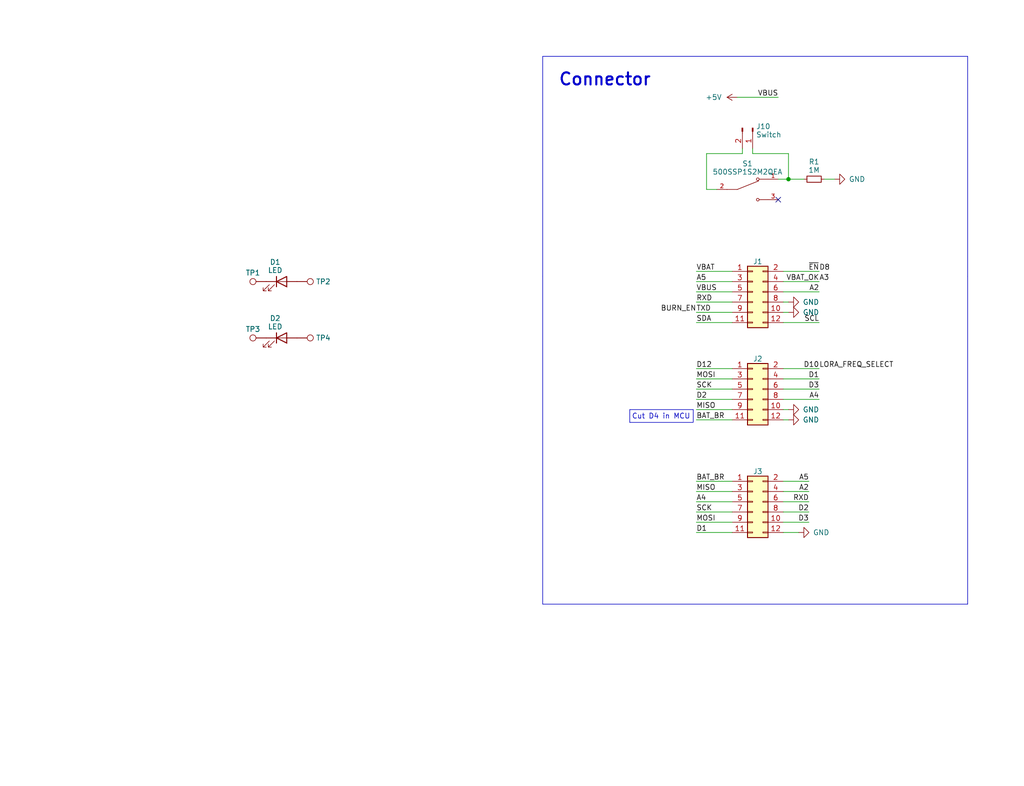
<source format=kicad_sch>
(kicad_sch (version 20230121) (generator eeschema)

  (uuid e63e39d7-6ac0-4ffd-8aa3-1841a4541b55)

  (paper "User" 254 194.996)

  (title_block
    (title "HexSense Svalbard - MCU module")
    (date "2023-05-25")
    (rev "V1")
    (company "MIT Media Lab")
    (comment 1 "Fangzheng Liu")
  )

  (lib_symbols
    (symbol "500SSP1S2M2QEA:500SSP1S2M2QEA" (pin_names (offset 1.016)) (in_bom yes) (on_board yes)
      (property "Reference" "S" (at -2.54 5.08 0)
        (effects (font (size 1.27 1.27)) (justify left bottom))
      )
      (property "Value" "500SSP1S2M2QEA" (at -2.54 -5.08 0)
        (effects (font (size 1.27 1.27)) (justify left top))
      )
      (property "Footprint" "500SSP1S2M2QEA:SW_500SSP1S2M2QEA" (at 0 0 0)
        (effects (font (size 1.27 1.27)) (justify bottom) hide)
      )
      (property "Datasheet" "" (at 0 0 0)
        (effects (font (size 1.27 1.27)) hide)
      )
      (property "MF" "E-Switch" (at 0 0 0)
        (effects (font (size 1.27 1.27)) (justify bottom) hide)
      )
      (property "MAXIMUM_PACKAGE_HEIGHT" "13.59mm" (at 0 0 0)
        (effects (font (size 1.27 1.27)) (justify bottom) hide)
      )
      (property "Package" "None" (at 0 0 0)
        (effects (font (size 1.27 1.27)) (justify bottom) hide)
      )
      (property "Price" "None" (at 0 0 0)
        (effects (font (size 1.27 1.27)) (justify bottom) hide)
      )
      (property "Check_prices" "https://www.snapeda.com/parts/500SSP1S2M2QEA/E-Switch/view-part/?ref=eda" (at 0 0 0)
        (effects (font (size 1.27 1.27)) (justify bottom) hide)
      )
      (property "STANDARD" "Manufacturer Recommendations" (at 0 0 0)
        (effects (font (size 1.27 1.27)) (justify bottom) hide)
      )
      (property "PARTREV" "C" (at 0 0 0)
        (effects (font (size 1.27 1.27)) (justify bottom) hide)
      )
      (property "SnapEDA_Link" "https://www.snapeda.com/parts/500SSP1S2M2QEA/E-Switch/view-part/?ref=snap" (at 0 0 0)
        (effects (font (size 1.27 1.27)) (justify bottom) hide)
      )
      (property "MP" "500SSP1S2M2QEA" (at 0 0 0)
        (effects (font (size 1.27 1.27)) (justify bottom) hide)
      )
      (property "Purchase-URL" "https://www.snapeda.com/api/url_track_click_mouser/?unipart_id=628492&manufacturer=E-Switch&part_name=500SSP1S2M2QEA&search_term=500ssp1s2m2qea" (at 0 0 0)
        (effects (font (size 1.27 1.27)) (justify bottom) hide)
      )
      (property "Description" "\nSlide Switch, 500A Series, Sealed, SPDT, ON-ON, 5A, 120VAC/28VDC, Silver, PC Pi | E-Switch 500SSP1S2M2QEA\n" (at 0 0 0)
        (effects (font (size 1.27 1.27)) (justify bottom) hide)
      )
      (property "Availability" "In Stock" (at 0 0 0)
        (effects (font (size 1.27 1.27)) (justify bottom) hide)
      )
      (property "MANUFACTURER" "E-switch" (at 0 0 0)
        (effects (font (size 1.27 1.27)) (justify bottom) hide)
      )
      (symbol "500SSP1S2M2QEA_0_0"
        (polyline
          (pts
            (xy -2.54 0)
            (xy -5.08 0)
          )
          (stroke (width 0.1524) (type default))
          (fill (type none))
        )
        (polyline
          (pts
            (xy -2.54 0)
            (xy 2.794 2.1336)
          )
          (stroke (width 0.1524) (type default))
          (fill (type none))
        )
        (polyline
          (pts
            (xy 5.08 -2.54)
            (xy 2.921 -2.54)
          )
          (stroke (width 0.1524) (type default))
          (fill (type none))
        )
        (polyline
          (pts
            (xy 5.08 2.54)
            (xy 2.921 2.54)
          )
          (stroke (width 0.1524) (type default))
          (fill (type none))
        )
        (circle (center 2.54 -2.54) (radius 0.3302)
          (stroke (width 0.1524) (type default))
          (fill (type none))
        )
        (circle (center 2.54 2.54) (radius 0.3302)
          (stroke (width 0.1524) (type default))
          (fill (type none))
        )
        (pin passive line (at 7.62 2.54 180) (length 2.54)
          (name "~" (effects (font (size 1.016 1.016))))
          (number "1" (effects (font (size 1.016 1.016))))
        )
        (pin passive line (at -7.62 0 0) (length 2.54)
          (name "~" (effects (font (size 1.016 1.016))))
          (number "2" (effects (font (size 1.016 1.016))))
        )
        (pin passive line (at 7.62 -2.54 180) (length 2.54)
          (name "~" (effects (font (size 1.016 1.016))))
          (number "3" (effects (font (size 1.016 1.016))))
        )
      )
    )
    (symbol "Connector:Conn_01x02_Pin" (pin_names (offset 1.016) hide) (in_bom yes) (on_board yes)
      (property "Reference" "J" (at 0 2.54 0)
        (effects (font (size 1.27 1.27)))
      )
      (property "Value" "Conn_01x02_Pin" (at 0 -5.08 0)
        (effects (font (size 1.27 1.27)))
      )
      (property "Footprint" "" (at 0 0 0)
        (effects (font (size 1.27 1.27)) hide)
      )
      (property "Datasheet" "~" (at 0 0 0)
        (effects (font (size 1.27 1.27)) hide)
      )
      (property "ki_locked" "" (at 0 0 0)
        (effects (font (size 1.27 1.27)))
      )
      (property "ki_keywords" "connector" (at 0 0 0)
        (effects (font (size 1.27 1.27)) hide)
      )
      (property "ki_description" "Generic connector, single row, 01x02, script generated" (at 0 0 0)
        (effects (font (size 1.27 1.27)) hide)
      )
      (property "ki_fp_filters" "Connector*:*_1x??_*" (at 0 0 0)
        (effects (font (size 1.27 1.27)) hide)
      )
      (symbol "Conn_01x02_Pin_1_1"
        (polyline
          (pts
            (xy 1.27 -2.54)
            (xy 0.8636 -2.54)
          )
          (stroke (width 0.1524) (type default))
          (fill (type none))
        )
        (polyline
          (pts
            (xy 1.27 0)
            (xy 0.8636 0)
          )
          (stroke (width 0.1524) (type default))
          (fill (type none))
        )
        (rectangle (start 0.8636 -2.413) (end 0 -2.667)
          (stroke (width 0.1524) (type default))
          (fill (type outline))
        )
        (rectangle (start 0.8636 0.127) (end 0 -0.127)
          (stroke (width 0.1524) (type default))
          (fill (type outline))
        )
        (pin passive line (at 5.08 0 180) (length 3.81)
          (name "Pin_1" (effects (font (size 1.27 1.27))))
          (number "1" (effects (font (size 1.27 1.27))))
        )
        (pin passive line (at 5.08 -2.54 180) (length 3.81)
          (name "Pin_2" (effects (font (size 1.27 1.27))))
          (number "2" (effects (font (size 1.27 1.27))))
        )
      )
    )
    (symbol "Connector:TestPoint" (pin_numbers hide) (pin_names (offset 0.762) hide) (in_bom yes) (on_board yes)
      (property "Reference" "TP" (at 0 6.858 0)
        (effects (font (size 1.27 1.27)))
      )
      (property "Value" "TestPoint" (at 0 5.08 0)
        (effects (font (size 1.27 1.27)))
      )
      (property "Footprint" "" (at 5.08 0 0)
        (effects (font (size 1.27 1.27)) hide)
      )
      (property "Datasheet" "~" (at 5.08 0 0)
        (effects (font (size 1.27 1.27)) hide)
      )
      (property "ki_keywords" "test point tp" (at 0 0 0)
        (effects (font (size 1.27 1.27)) hide)
      )
      (property "ki_description" "test point" (at 0 0 0)
        (effects (font (size 1.27 1.27)) hide)
      )
      (property "ki_fp_filters" "Pin* Test*" (at 0 0 0)
        (effects (font (size 1.27 1.27)) hide)
      )
      (symbol "TestPoint_0_1"
        (circle (center 0 3.302) (radius 0.762)
          (stroke (width 0) (type default))
          (fill (type none))
        )
      )
      (symbol "TestPoint_1_1"
        (pin passive line (at 0 0 90) (length 2.54)
          (name "1" (effects (font (size 1.27 1.27))))
          (number "1" (effects (font (size 1.27 1.27))))
        )
      )
    )
    (symbol "Connector_Generic:Conn_02x06_Odd_Even" (pin_names (offset 1.016) hide) (in_bom yes) (on_board yes)
      (property "Reference" "J" (at 1.27 7.62 0)
        (effects (font (size 1.27 1.27)))
      )
      (property "Value" "Conn_02x06_Odd_Even" (at 1.27 -10.16 0)
        (effects (font (size 1.27 1.27)))
      )
      (property "Footprint" "" (at 0 0 0)
        (effects (font (size 1.27 1.27)) hide)
      )
      (property "Datasheet" "~" (at 0 0 0)
        (effects (font (size 1.27 1.27)) hide)
      )
      (property "ki_keywords" "connector" (at 0 0 0)
        (effects (font (size 1.27 1.27)) hide)
      )
      (property "ki_description" "Generic connector, double row, 02x06, odd/even pin numbering scheme (row 1 odd numbers, row 2 even numbers), script generated (kicad-library-utils/schlib/autogen/connector/)" (at 0 0 0)
        (effects (font (size 1.27 1.27)) hide)
      )
      (property "ki_fp_filters" "Connector*:*_2x??_*" (at 0 0 0)
        (effects (font (size 1.27 1.27)) hide)
      )
      (symbol "Conn_02x06_Odd_Even_1_1"
        (rectangle (start -1.27 -7.493) (end 0 -7.747)
          (stroke (width 0.1524) (type default))
          (fill (type none))
        )
        (rectangle (start -1.27 -4.953) (end 0 -5.207)
          (stroke (width 0.1524) (type default))
          (fill (type none))
        )
        (rectangle (start -1.27 -2.413) (end 0 -2.667)
          (stroke (width 0.1524) (type default))
          (fill (type none))
        )
        (rectangle (start -1.27 0.127) (end 0 -0.127)
          (stroke (width 0.1524) (type default))
          (fill (type none))
        )
        (rectangle (start -1.27 2.667) (end 0 2.413)
          (stroke (width 0.1524) (type default))
          (fill (type none))
        )
        (rectangle (start -1.27 5.207) (end 0 4.953)
          (stroke (width 0.1524) (type default))
          (fill (type none))
        )
        (rectangle (start -1.27 6.35) (end 3.81 -8.89)
          (stroke (width 0.254) (type default))
          (fill (type background))
        )
        (rectangle (start 3.81 -7.493) (end 2.54 -7.747)
          (stroke (width 0.1524) (type default))
          (fill (type none))
        )
        (rectangle (start 3.81 -4.953) (end 2.54 -5.207)
          (stroke (width 0.1524) (type default))
          (fill (type none))
        )
        (rectangle (start 3.81 -2.413) (end 2.54 -2.667)
          (stroke (width 0.1524) (type default))
          (fill (type none))
        )
        (rectangle (start 3.81 0.127) (end 2.54 -0.127)
          (stroke (width 0.1524) (type default))
          (fill (type none))
        )
        (rectangle (start 3.81 2.667) (end 2.54 2.413)
          (stroke (width 0.1524) (type default))
          (fill (type none))
        )
        (rectangle (start 3.81 5.207) (end 2.54 4.953)
          (stroke (width 0.1524) (type default))
          (fill (type none))
        )
        (pin passive line (at -5.08 5.08 0) (length 3.81)
          (name "Pin_1" (effects (font (size 1.27 1.27))))
          (number "1" (effects (font (size 1.27 1.27))))
        )
        (pin passive line (at 7.62 -5.08 180) (length 3.81)
          (name "Pin_10" (effects (font (size 1.27 1.27))))
          (number "10" (effects (font (size 1.27 1.27))))
        )
        (pin passive line (at -5.08 -7.62 0) (length 3.81)
          (name "Pin_11" (effects (font (size 1.27 1.27))))
          (number "11" (effects (font (size 1.27 1.27))))
        )
        (pin passive line (at 7.62 -7.62 180) (length 3.81)
          (name "Pin_12" (effects (font (size 1.27 1.27))))
          (number "12" (effects (font (size 1.27 1.27))))
        )
        (pin passive line (at 7.62 5.08 180) (length 3.81)
          (name "Pin_2" (effects (font (size 1.27 1.27))))
          (number "2" (effects (font (size 1.27 1.27))))
        )
        (pin passive line (at -5.08 2.54 0) (length 3.81)
          (name "Pin_3" (effects (font (size 1.27 1.27))))
          (number "3" (effects (font (size 1.27 1.27))))
        )
        (pin passive line (at 7.62 2.54 180) (length 3.81)
          (name "Pin_4" (effects (font (size 1.27 1.27))))
          (number "4" (effects (font (size 1.27 1.27))))
        )
        (pin passive line (at -5.08 0 0) (length 3.81)
          (name "Pin_5" (effects (font (size 1.27 1.27))))
          (number "5" (effects (font (size 1.27 1.27))))
        )
        (pin passive line (at 7.62 0 180) (length 3.81)
          (name "Pin_6" (effects (font (size 1.27 1.27))))
          (number "6" (effects (font (size 1.27 1.27))))
        )
        (pin passive line (at -5.08 -2.54 0) (length 3.81)
          (name "Pin_7" (effects (font (size 1.27 1.27))))
          (number "7" (effects (font (size 1.27 1.27))))
        )
        (pin passive line (at 7.62 -2.54 180) (length 3.81)
          (name "Pin_8" (effects (font (size 1.27 1.27))))
          (number "8" (effects (font (size 1.27 1.27))))
        )
        (pin passive line (at -5.08 -5.08 0) (length 3.81)
          (name "Pin_9" (effects (font (size 1.27 1.27))))
          (number "9" (effects (font (size 1.27 1.27))))
        )
      )
    )
    (symbol "Device:LED" (pin_numbers hide) (pin_names (offset 1.016) hide) (in_bom yes) (on_board yes)
      (property "Reference" "D" (at 0 2.54 0)
        (effects (font (size 1.27 1.27)))
      )
      (property "Value" "LED" (at 0 -2.54 0)
        (effects (font (size 1.27 1.27)))
      )
      (property "Footprint" "" (at 0 0 0)
        (effects (font (size 1.27 1.27)) hide)
      )
      (property "Datasheet" "~" (at 0 0 0)
        (effects (font (size 1.27 1.27)) hide)
      )
      (property "ki_keywords" "LED diode" (at 0 0 0)
        (effects (font (size 1.27 1.27)) hide)
      )
      (property "ki_description" "Light emitting diode" (at 0 0 0)
        (effects (font (size 1.27 1.27)) hide)
      )
      (property "ki_fp_filters" "LED* LED_SMD:* LED_THT:*" (at 0 0 0)
        (effects (font (size 1.27 1.27)) hide)
      )
      (symbol "LED_0_1"
        (polyline
          (pts
            (xy -1.27 -1.27)
            (xy -1.27 1.27)
          )
          (stroke (width 0.254) (type default))
          (fill (type none))
        )
        (polyline
          (pts
            (xy -1.27 0)
            (xy 1.27 0)
          )
          (stroke (width 0) (type default))
          (fill (type none))
        )
        (polyline
          (pts
            (xy 1.27 -1.27)
            (xy 1.27 1.27)
            (xy -1.27 0)
            (xy 1.27 -1.27)
          )
          (stroke (width 0.254) (type default))
          (fill (type none))
        )
        (polyline
          (pts
            (xy -3.048 -0.762)
            (xy -4.572 -2.286)
            (xy -3.81 -2.286)
            (xy -4.572 -2.286)
            (xy -4.572 -1.524)
          )
          (stroke (width 0) (type default))
          (fill (type none))
        )
        (polyline
          (pts
            (xy -1.778 -0.762)
            (xy -3.302 -2.286)
            (xy -2.54 -2.286)
            (xy -3.302 -2.286)
            (xy -3.302 -1.524)
          )
          (stroke (width 0) (type default))
          (fill (type none))
        )
      )
      (symbol "LED_1_1"
        (pin passive line (at -3.81 0 0) (length 2.54)
          (name "K" (effects (font (size 1.27 1.27))))
          (number "1" (effects (font (size 1.27 1.27))))
        )
        (pin passive line (at 3.81 0 180) (length 2.54)
          (name "A" (effects (font (size 1.27 1.27))))
          (number "2" (effects (font (size 1.27 1.27))))
        )
      )
    )
    (symbol "Device:R_Small" (pin_numbers hide) (pin_names (offset 0.254) hide) (in_bom yes) (on_board yes)
      (property "Reference" "R" (at 0.762 0.508 0)
        (effects (font (size 1.27 1.27)) (justify left))
      )
      (property "Value" "R_Small" (at 0.762 -1.016 0)
        (effects (font (size 1.27 1.27)) (justify left))
      )
      (property "Footprint" "" (at 0 0 0)
        (effects (font (size 1.27 1.27)) hide)
      )
      (property "Datasheet" "~" (at 0 0 0)
        (effects (font (size 1.27 1.27)) hide)
      )
      (property "ki_keywords" "R resistor" (at 0 0 0)
        (effects (font (size 1.27 1.27)) hide)
      )
      (property "ki_description" "Resistor, small symbol" (at 0 0 0)
        (effects (font (size 1.27 1.27)) hide)
      )
      (property "ki_fp_filters" "R_*" (at 0 0 0)
        (effects (font (size 1.27 1.27)) hide)
      )
      (symbol "R_Small_0_1"
        (rectangle (start -0.762 1.778) (end 0.762 -1.778)
          (stroke (width 0.2032) (type default))
          (fill (type none))
        )
      )
      (symbol "R_Small_1_1"
        (pin passive line (at 0 2.54 270) (length 0.762)
          (name "~" (effects (font (size 1.27 1.27))))
          (number "1" (effects (font (size 1.27 1.27))))
        )
        (pin passive line (at 0 -2.54 90) (length 0.762)
          (name "~" (effects (font (size 1.27 1.27))))
          (number "2" (effects (font (size 1.27 1.27))))
        )
      )
    )
    (symbol "power:+5V" (power) (pin_names (offset 0)) (in_bom yes) (on_board yes)
      (property "Reference" "#PWR" (at 0 -3.81 0)
        (effects (font (size 1.27 1.27)) hide)
      )
      (property "Value" "+5V" (at 0 3.556 0)
        (effects (font (size 1.27 1.27)))
      )
      (property "Footprint" "" (at 0 0 0)
        (effects (font (size 1.27 1.27)) hide)
      )
      (property "Datasheet" "" (at 0 0 0)
        (effects (font (size 1.27 1.27)) hide)
      )
      (property "ki_keywords" "global power" (at 0 0 0)
        (effects (font (size 1.27 1.27)) hide)
      )
      (property "ki_description" "Power symbol creates a global label with name \"+5V\"" (at 0 0 0)
        (effects (font (size 1.27 1.27)) hide)
      )
      (symbol "+5V_0_1"
        (polyline
          (pts
            (xy -0.762 1.27)
            (xy 0 2.54)
          )
          (stroke (width 0) (type default))
          (fill (type none))
        )
        (polyline
          (pts
            (xy 0 0)
            (xy 0 2.54)
          )
          (stroke (width 0) (type default))
          (fill (type none))
        )
        (polyline
          (pts
            (xy 0 2.54)
            (xy 0.762 1.27)
          )
          (stroke (width 0) (type default))
          (fill (type none))
        )
      )
      (symbol "+5V_1_1"
        (pin power_in line (at 0 0 90) (length 0) hide
          (name "+5V" (effects (font (size 1.27 1.27))))
          (number "1" (effects (font (size 1.27 1.27))))
        )
      )
    )
    (symbol "power:GND" (power) (pin_names (offset 0)) (in_bom yes) (on_board yes)
      (property "Reference" "#PWR" (at 0 -6.35 0)
        (effects (font (size 1.27 1.27)) hide)
      )
      (property "Value" "GND" (at 0 -3.81 0)
        (effects (font (size 1.27 1.27)))
      )
      (property "Footprint" "" (at 0 0 0)
        (effects (font (size 1.27 1.27)) hide)
      )
      (property "Datasheet" "" (at 0 0 0)
        (effects (font (size 1.27 1.27)) hide)
      )
      (property "ki_keywords" "global power" (at 0 0 0)
        (effects (font (size 1.27 1.27)) hide)
      )
      (property "ki_description" "Power symbol creates a global label with name \"GND\" , ground" (at 0 0 0)
        (effects (font (size 1.27 1.27)) hide)
      )
      (symbol "GND_0_1"
        (polyline
          (pts
            (xy 0 0)
            (xy 0 -1.27)
            (xy 1.27 -1.27)
            (xy 0 -2.54)
            (xy -1.27 -1.27)
            (xy 0 -1.27)
          )
          (stroke (width 0) (type default))
          (fill (type none))
        )
      )
      (symbol "GND_1_1"
        (pin power_in line (at 0 0 270) (length 0) hide
          (name "GND" (effects (font (size 1.27 1.27))))
          (number "1" (effects (font (size 1.27 1.27))))
        )
      )
    )
  )

  (junction (at 195.58 44.45) (diameter 0) (color 0 0 0 0)
    (uuid ad4c3bb3-c148-4097-8382-5139383f815a)
  )

  (no_connect (at 193.04 49.53) (uuid d04082a4-c8a7-4b09-820b-18e253680bda))

  (polyline (pts (xy 156.21 101.6) (xy 171.958 101.6))
    (stroke (width 0) (type default))
    (uuid 001445ea-a39d-4ad3-a72e-16bf3fcf8b6e)
  )

  (wire (pts (xy 194.31 127) (xy 200.66 127))
    (stroke (width 0) (type default))
    (uuid 01809df3-1ef6-48b1-a647-2186bfcb38c1)
  )
  (wire (pts (xy 194.31 129.54) (xy 200.66 129.54))
    (stroke (width 0) (type default))
    (uuid 02d9a9a3-e1a2-4b90-8636-bc31d3131efa)
  )
  (wire (pts (xy 172.72 119.38) (xy 181.61 119.38))
    (stroke (width 0) (type default))
    (uuid 06678ea5-8901-4847-b867-a8dbfcb30786)
  )
  (wire (pts (xy 175.26 38.1) (xy 184.15 38.1))
    (stroke (width 0) (type default))
    (uuid 0820ef5e-9d96-4bcc-9b5d-b7cc1328451f)
  )
  (polyline (pts (xy 134.62 68.58) (xy 134.62 149.86))
    (stroke (width 0) (type default))
    (uuid 095a5298-c86a-465b-98a6-5913b517f78f)
  )

  (wire (pts (xy 172.72 127) (xy 181.61 127))
    (stroke (width 0) (type default))
    (uuid 0d61d32b-01f8-470d-9463-ed64835ffc2f)
  )
  (wire (pts (xy 195.58 38.1) (xy 195.58 44.45))
    (stroke (width 0) (type default))
    (uuid 0da30232-c2c9-4b0b-9fed-45e9f7095c76)
  )
  (wire (pts (xy 172.72 101.6) (xy 181.61 101.6))
    (stroke (width 0) (type default))
    (uuid 0fa9183f-5369-426b-9498-5645797922df)
  )
  (wire (pts (xy 172.72 132.08) (xy 181.61 132.08))
    (stroke (width 0) (type default))
    (uuid 1caeafae-6ce1-494a-94e0-a4d62d935960)
  )
  (wire (pts (xy 194.31 101.6) (xy 195.58 101.6))
    (stroke (width 0) (type default))
    (uuid 1d632da4-c543-4d80-b642-0354a56e2d07)
  )
  (wire (pts (xy 194.31 77.47) (xy 195.58 77.47))
    (stroke (width 0) (type default))
    (uuid 22bff00e-e419-4092-a2b8-c1f232a8e641)
  )
  (wire (pts (xy 172.72 67.31) (xy 181.61 67.31))
    (stroke (width 0) (type default))
    (uuid 3367972f-528d-4624-89f4-0b3b2f6850f4)
  )
  (wire (pts (xy 186.69 36.83) (xy 186.69 38.1))
    (stroke (width 0) (type default))
    (uuid 3d98865f-ee2a-4a0c-bc4f-973bd8299490)
  )
  (wire (pts (xy 172.72 93.98) (xy 181.61 93.98))
    (stroke (width 0) (type default))
    (uuid 3f343929-cf20-4bbe-a9de-dd217b905843)
  )
  (wire (pts (xy 175.26 46.99) (xy 175.26 38.1))
    (stroke (width 0) (type default))
    (uuid 49b5ee99-85bc-4c1d-aa30-c306744b87ea)
  )
  (polyline (pts (xy 240.03 68.58) (xy 240.03 149.86))
    (stroke (width 0) (type default))
    (uuid 4cd877f2-de11-4b0d-9360-3e3ed7b50b0d)
  )

  (wire (pts (xy 172.72 80.01) (xy 181.61 80.01))
    (stroke (width 0) (type default))
    (uuid 5644d770-110b-4322-a561-85e83bfe8b36)
  )
  (wire (pts (xy 199.39 44.45) (xy 195.58 44.45))
    (stroke (width 0) (type default))
    (uuid 5776c111-9619-4376-b147-fe4473913553)
  )
  (polyline (pts (xy 134.62 13.97) (xy 134.62 68.58))
    (stroke (width 0) (type default))
    (uuid 5bebda4e-b5da-48c2-ac93-396c4bf2e3fd)
  )

  (wire (pts (xy 172.72 121.92) (xy 181.61 121.92))
    (stroke (width 0) (type default))
    (uuid 5f37fb49-ddf9-4042-97e2-0e13ca7095a2)
  )
  (wire (pts (xy 172.72 74.93) (xy 181.61 74.93))
    (stroke (width 0) (type default))
    (uuid 62d8155c-ac7e-4eef-9fd9-aecdad28d29c)
  )
  (wire (pts (xy 194.31 99.06) (xy 203.2 99.06))
    (stroke (width 0) (type default))
    (uuid 640f9653-4ed5-42e7-bbea-eab563e0845a)
  )
  (wire (pts (xy 207.01 44.45) (xy 204.47 44.45))
    (stroke (width 0) (type default))
    (uuid 6c236819-c154-410f-bdaa-62c29f5b2716)
  )
  (wire (pts (xy 194.31 132.08) (xy 198.12 132.08))
    (stroke (width 0) (type default))
    (uuid 6c6d089a-8ce7-4f5b-8f7c-4d8d4eeab769)
  )
  (wire (pts (xy 182.88 24.13) (xy 193.04 24.13))
    (stroke (width 0) (type default))
    (uuid 710eb554-dca1-48a5-872b-85c05870feb8)
  )
  (wire (pts (xy 194.31 124.46) (xy 200.66 124.46))
    (stroke (width 0) (type default))
    (uuid 74573709-a31a-415c-89b9-7d49c5d6a027)
  )
  (wire (pts (xy 184.15 38.1) (xy 184.15 36.83))
    (stroke (width 0) (type default))
    (uuid 7637b900-58dc-4927-aa65-6e3effceb3d7)
  )
  (polyline (pts (xy 156.21 101.6) (xy 156.21 104.775))
    (stroke (width 0) (type default))
    (uuid 7fe551f3-0aa9-41f6-b3f5-b45d79b7c3d2)
  )
  (polyline (pts (xy 134.62 13.97) (xy 240.03 13.97))
    (stroke (width 0) (type default))
    (uuid 87e5f432-bb64-491c-8ee2-a5cebd1952e2)
  )

  (wire (pts (xy 194.31 91.44) (xy 203.2 91.44))
    (stroke (width 0) (type default))
    (uuid 885e6c63-c79d-42e9-b6d0-2a7504f5ceb0)
  )
  (polyline (pts (xy 171.958 104.775) (xy 156.21 104.775))
    (stroke (width 0) (type default))
    (uuid a43241e2-e1eb-4eb1-ba1b-7596e8c701f1)
  )

  (wire (pts (xy 194.31 67.31) (xy 203.2 67.31))
    (stroke (width 0) (type default))
    (uuid a77c3986-b378-46c6-afe3-f8cddd34e442)
  )
  (wire (pts (xy 194.31 96.52) (xy 203.2 96.52))
    (stroke (width 0) (type default))
    (uuid b714ccda-473d-49a2-8647-2e3451ae4af3)
  )
  (wire (pts (xy 172.72 99.06) (xy 181.61 99.06))
    (stroke (width 0) (type default))
    (uuid b800fd66-f8b2-4a8f-8179-bef154ad4388)
  )
  (wire (pts (xy 194.31 69.85) (xy 203.2 69.85))
    (stroke (width 0) (type default))
    (uuid beebf9aa-51a4-4d3a-8987-b0152db26238)
  )
  (wire (pts (xy 194.31 104.14) (xy 195.58 104.14))
    (stroke (width 0) (type default))
    (uuid bfe5a673-1e36-4a91-9395-3214380a9c9e)
  )
  (wire (pts (xy 194.31 80.01) (xy 203.2 80.01))
    (stroke (width 0) (type default))
    (uuid c1eefc4b-76f4-40c3-b933-ab586706af53)
  )
  (wire (pts (xy 193.04 44.45) (xy 195.58 44.45))
    (stroke (width 0) (type default))
    (uuid c2ea39d8-54b1-4cd6-9af7-d33b989f19e5)
  )
  (wire (pts (xy 172.72 69.85) (xy 181.61 69.85))
    (stroke (width 0) (type default))
    (uuid c3cc102d-dc30-4baa-8488-764d1e4ac801)
  )
  (wire (pts (xy 172.72 104.14) (xy 181.61 104.14))
    (stroke (width 0) (type default))
    (uuid c5a5306e-835a-4857-a54d-52666a5e97e5)
  )
  (wire (pts (xy 194.31 74.93) (xy 195.58 74.93))
    (stroke (width 0) (type default))
    (uuid c78dfecd-9bbd-4662-b3cf-1de3a4cb4c20)
  )
  (wire (pts (xy 194.31 121.92) (xy 200.66 121.92))
    (stroke (width 0) (type default))
    (uuid ca4ab20f-5255-493d-a896-41d5ef4a8396)
  )
  (polyline (pts (xy 171.958 101.6) (xy 171.958 104.648))
    (stroke (width 0) (type default))
    (uuid cb702914-c736-4126-a12b-32136c45e939)
  )

  (wire (pts (xy 194.31 72.39) (xy 203.2 72.39))
    (stroke (width 0) (type default))
    (uuid cdc91dc6-fdca-4424-8535-1673f6b3da25)
  )
  (wire (pts (xy 194.31 93.98) (xy 203.2 93.98))
    (stroke (width 0) (type default))
    (uuid d3ceafe9-21fe-40d6-96ff-2b41c0e51db7)
  )
  (wire (pts (xy 172.72 129.54) (xy 181.61 129.54))
    (stroke (width 0) (type default))
    (uuid d53d5bbc-341d-41cf-9102-7b03c57f2580)
  )
  (wire (pts (xy 172.72 124.46) (xy 181.61 124.46))
    (stroke (width 0) (type default))
    (uuid d8afb81c-dbe2-4566-bc8d-550b90916f56)
  )
  (wire (pts (xy 172.72 77.47) (xy 181.61 77.47))
    (stroke (width 0) (type default))
    (uuid ede3c9c0-4304-4a43-95b9-0bd4cd7ad138)
  )
  (wire (pts (xy 172.72 72.39) (xy 181.61 72.39))
    (stroke (width 0) (type default))
    (uuid f0d73c50-92e8-4b97-a2e7-897738ec266d)
  )
  (polyline (pts (xy 240.03 13.97) (xy 240.03 68.58))
    (stroke (width 0) (type default))
    (uuid f3d7fa48-431a-4b3f-97d9-b88d92b44bad)
  )

  (wire (pts (xy 172.72 91.44) (xy 181.61 91.44))
    (stroke (width 0) (type default))
    (uuid f3f91864-7639-425e-a447-c9c5efe1dc4c)
  )
  (wire (pts (xy 186.69 38.1) (xy 195.58 38.1))
    (stroke (width 0) (type default))
    (uuid f426c284-b72b-4a22-a9f1-998e6de7bbd5)
  )
  (wire (pts (xy 172.72 96.52) (xy 181.61 96.52))
    (stroke (width 0) (type default))
    (uuid f9c292e5-c6ed-478b-b8e1-da89018080ce)
  )
  (wire (pts (xy 177.8 46.99) (xy 175.26 46.99))
    (stroke (width 0) (type default))
    (uuid f9da5288-6a6b-4f2d-8f1b-4b4a3f7171b3)
  )
  (polyline (pts (xy 240.03 149.86) (xy 134.62 149.86))
    (stroke (width 0) (type default))
    (uuid fc5e7a01-4e62-431a-8a57-2f88b4713ba3)
  )

  (wire (pts (xy 194.31 119.38) (xy 200.66 119.38))
    (stroke (width 0) (type default))
    (uuid fe6da2df-761f-4124-b6fd-5a280394009a)
  )

  (text "Connector" (at 138.43 21.59 0)
    (effects (font (size 3 3) (thickness 0.508) bold) (justify left bottom))
    (uuid 98beb101-a225-4bb4-8ab1-1ade8805a442)
  )
  (text "Cut D4 in MCU" (at 156.718 104.14 0)
    (effects (font (size 1.27 1.27)) (justify left bottom))
    (uuid e401e08b-7c82-42e9-893f-553dbc6bd90b)
  )

  (label "D3" (at 203.2 96.52 180) (fields_autoplaced)
    (effects (font (size 1.27 1.27)) (justify right bottom))
    (uuid 003088b9-81a7-4139-9664-d38b249c01d4)
  )
  (label "BAT_BR" (at 172.72 104.14 0) (fields_autoplaced)
    (effects (font (size 1.27 1.27)) (justify left bottom))
    (uuid 0032f7f8-2b77-4f03-9c0a-18e0e0ed6e72)
  )
  (label "MOSI" (at 172.72 93.98 0) (fields_autoplaced)
    (effects (font (size 1.27 1.27)) (justify left bottom))
    (uuid 0e3a8c67-6752-4add-8895-9eafd2409d71)
  )
  (label "D10" (at 203.2 91.44 180) (fields_autoplaced)
    (effects (font (size 1.27 1.27)) (justify right bottom))
    (uuid 22423b0d-8ba3-4d2c-9da2-f8acf3aa19cc)
  )
  (label "BAT_BR" (at 172.72 119.38 0) (fields_autoplaced)
    (effects (font (size 1.27 1.27)) (justify left bottom))
    (uuid 29ab18b7-6a77-4cc5-aeb2-ee547556e3a0)
  )
  (label "TXD" (at 172.72 77.47 0) (fields_autoplaced)
    (effects (font (size 1.27 1.27)) (justify left bottom))
    (uuid 2ba1a6d1-64e1-49bd-a765-811d38a5fd97)
  )
  (label "VBUS" (at 172.72 72.39 0) (fields_autoplaced)
    (effects (font (size 1.27 1.27)) (justify left bottom))
    (uuid 2d9449d2-fc74-4601-8315-4b7f6750dc07)
  )
  (label "D2" (at 172.72 99.06 0) (fields_autoplaced)
    (effects (font (size 1.27 1.27)) (justify left bottom))
    (uuid 32e52e87-2e3b-439a-805c-0f73874b6e58)
  )
  (label "MISO" (at 172.72 101.6 0) (fields_autoplaced)
    (effects (font (size 1.27 1.27)) (justify left bottom))
    (uuid 37bd440c-42bf-4c29-962c-829cb2abfdc0)
  )
  (label "A5" (at 200.66 119.38 180) (fields_autoplaced)
    (effects (font (size 1.27 1.27)) (justify right bottom))
    (uuid 38ae08b3-0bc1-4cc9-b873-e429347c9e40)
  )
  (label "A2" (at 203.2 72.39 180) (fields_autoplaced)
    (effects (font (size 1.27 1.27)) (justify right bottom))
    (uuid 400f576d-6607-4bd1-bcdc-c5c09bd9cd38)
  )
  (label "A5" (at 172.72 69.85 0) (fields_autoplaced)
    (effects (font (size 1.27 1.27)) (justify left bottom))
    (uuid 4dc39b28-2db3-4b8d-90a4-c64bfb4eb942)
  )
  (label "MISO" (at 172.72 121.92 0) (fields_autoplaced)
    (effects (font (size 1.27 1.27)) (justify left bottom))
    (uuid 516c0c4f-3d3e-41bd-866b-7d0a19e8cc83)
  )
  (label "~{EN}" (at 203.2 67.31 180) (fields_autoplaced)
    (effects (font (size 1.27 1.27)) (justify right bottom))
    (uuid 5ca16bdb-9d6b-42a1-b6d5-ced6d40dbb40)
  )
  (label "VBUS" (at 193.04 24.13 180) (fields_autoplaced)
    (effects (font (size 1.27 1.27)) (justify right bottom))
    (uuid 5e7511a5-4bdc-48ec-8145-907e674711b1)
  )
  (label "LORA_FREQ_SELECT" (at 203.2 91.44 0) (fields_autoplaced)
    (effects (font (size 1.27 1.27)) (justify left bottom))
    (uuid 5f5b109d-91b1-43c8-90f5-3e275e5b2794)
  )
  (label "SCK" (at 172.72 127 0) (fields_autoplaced)
    (effects (font (size 1.27 1.27)) (justify left bottom))
    (uuid 64d75e6e-6a88-469f-8690-e651a9af92af)
  )
  (label "D8" (at 203.2 67.31 0) (fields_autoplaced)
    (effects (font (size 1.27 1.27)) (justify left bottom))
    (uuid 7c5e9678-8afb-4fea-bb55-fa5f2efb2f5f)
  )
  (label "A4" (at 172.72 124.46 0) (fields_autoplaced)
    (effects (font (size 1.27 1.27)) (justify left bottom))
    (uuid 8611a305-92e3-4877-9e12-c66597de0816)
  )
  (label "D3" (at 200.66 129.54 180) (fields_autoplaced)
    (effects (font (size 1.27 1.27)) (justify right bottom))
    (uuid 874acb97-e839-408d-8079-45d07b04b477)
  )
  (label "A3" (at 203.2 69.85 0) (fields_autoplaced)
    (effects (font (size 1.27 1.27)) (justify left bottom))
    (uuid 8a28db93-258d-47a3-a0f5-bc093a21b84c)
  )
  (label "VBAT" (at 172.72 67.31 0) (fields_autoplaced)
    (effects (font (size 1.27 1.27)) (justify left bottom))
    (uuid 8caed229-877e-4ee1-aa34-e339fd278f8d)
  )
  (label "D1" (at 203.2 93.98 180) (fields_autoplaced)
    (effects (font (size 1.27 1.27)) (justify right bottom))
    (uuid 935553ae-7ec9-45e5-a931-b3665a76ef13)
  )
  (label "RXD" (at 200.66 124.46 180) (fields_autoplaced)
    (effects (font (size 1.27 1.27)) (justify right bottom))
    (uuid 95c21463-e3e2-4fc1-bca8-16e1b907fe54)
  )
  (label "D12" (at 172.72 91.44 0) (fields_autoplaced)
    (effects (font (size 1.27 1.27)) (justify left bottom))
    (uuid 9c86338b-df91-455d-96ce-7aaaae4e0b66)
  )
  (label "VBAT_OK" (at 203.2 69.85 180) (fields_autoplaced)
    (effects (font (size 1.27 1.27)) (justify right bottom))
    (uuid a2087542-ce6f-418d-af18-feeecd67ad58)
  )
  (label "SCK" (at 172.72 96.52 0) (fields_autoplaced)
    (effects (font (size 1.27 1.27)) (justify left bottom))
    (uuid adafb538-1b4b-44fc-b810-db0a18e57263)
  )
  (label "D2" (at 200.66 127 180) (fields_autoplaced)
    (effects (font (size 1.27 1.27)) (justify right bottom))
    (uuid b06f5fd6-94b8-46b8-b6f4-5855c1f29a1f)
  )
  (label "A2" (at 200.66 121.92 180) (fields_autoplaced)
    (effects (font (size 1.27 1.27)) (justify right bottom))
    (uuid b6aa37e7-53b0-4310-b7d5-c60587b9e712)
  )
  (label "RXD" (at 172.72 74.93 0) (fields_autoplaced)
    (effects (font (size 1.27 1.27)) (justify left bottom))
    (uuid bd172a43-4be2-4909-b5e1-6c0445fde7f9)
  )
  (label "BURN_EN" (at 172.72 77.47 180) (fields_autoplaced)
    (effects (font (size 1.27 1.27)) (justify right bottom))
    (uuid c4ce0d98-ce9f-44ce-ac68-cf8a7dc49dfe)
  )
  (label "SDA" (at 172.72 80.01 0) (fields_autoplaced)
    (effects (font (size 1.27 1.27)) (justify left bottom))
    (uuid cd723087-d0b9-4b16-ab67-fa0208eeb466)
  )
  (label "A4" (at 203.2 99.06 180) (fields_autoplaced)
    (effects (font (size 1.27 1.27)) (justify right bottom))
    (uuid d7662f9b-8db3-43ac-8140-ba288fa93e5d)
  )
  (label "D1" (at 172.72 132.08 0) (fields_autoplaced)
    (effects (font (size 1.27 1.27)) (justify left bottom))
    (uuid f412e1f5-722e-43ee-aaef-18ee091fba53)
  )
  (label "SCL" (at 203.2 80.01 180) (fields_autoplaced)
    (effects (font (size 1.27 1.27)) (justify right bottom))
    (uuid f66d2961-192f-4741-ac8f-3f81d2d455da)
  )
  (label "MOSI" (at 172.72 129.54 0) (fields_autoplaced)
    (effects (font (size 1.27 1.27)) (justify left bottom))
    (uuid fcb2281c-2e6e-427b-89d0-32e765d690f5)
  )

  (symbol (lib_id "power:+5V") (at 182.88 24.13 90) (unit 1)
    (in_bom yes) (on_board yes) (dnp no)
    (uuid 077154ae-63ba-4e17-937b-11d800213d20)
    (property "Reference" "#PWR0123" (at 186.69 24.13 0)
      (effects (font (size 1.27 1.27)) hide)
    )
    (property "Value" "+5V" (at 179.07 24.13 90)
      (effects (font (size 1.27 1.27)) (justify left))
    )
    (property "Footprint" "" (at 182.88 24.13 0)
      (effects (font (size 1.27 1.27)) hide)
    )
    (property "Datasheet" "" (at 182.88 24.13 0)
      (effects (font (size 1.27 1.27)) hide)
    )
    (pin "1" (uuid bdacbeec-5674-40e5-a75c-dab31365dd1a))
    (instances
      (project "CONN"
        (path "/e63e39d7-6ac0-4ffd-8aa3-1841a4541b55"
          (reference "#PWR0123") (unit 1)
        )
      )
    )
  )

  (symbol (lib_id "power:GND") (at 198.12 132.08 90) (unit 1)
    (in_bom yes) (on_board yes) (dnp no)
    (uuid 08cbee06-4c36-4435-bde0-b0d987ad42c4)
    (property "Reference" "#PWR01" (at 204.47 132.08 0)
      (effects (font (size 1.27 1.27)) hide)
    )
    (property "Value" "GND" (at 205.74 132.08 90)
      (effects (font (size 1.27 1.27)) (justify left))
    )
    (property "Footprint" "" (at 198.12 132.08 0)
      (effects (font (size 1.27 1.27)) hide)
    )
    (property "Datasheet" "" (at 198.12 132.08 0)
      (effects (font (size 1.27 1.27)) hide)
    )
    (pin "1" (uuid 3eaf308a-1e12-4434-bf0b-fe0602c15865))
    (instances
      (project "CONN"
        (path "/e63e39d7-6ac0-4ffd-8aa3-1841a4541b55"
          (reference "#PWR01") (unit 1)
        )
      )
    )
  )

  (symbol (lib_id "power:GND") (at 195.58 74.93 90) (unit 1)
    (in_bom yes) (on_board yes) (dnp no)
    (uuid 3d791a93-1cfb-4db2-91b3-8fa12873fe3b)
    (property "Reference" "#PWR0131" (at 201.93 74.93 0)
      (effects (font (size 1.27 1.27)) hide)
    )
    (property "Value" "GND" (at 203.2 74.93 90)
      (effects (font (size 1.27 1.27)) (justify left))
    )
    (property "Footprint" "" (at 195.58 74.93 0)
      (effects (font (size 1.27 1.27)) hide)
    )
    (property "Datasheet" "" (at 195.58 74.93 0)
      (effects (font (size 1.27 1.27)) hide)
    )
    (pin "1" (uuid 3ade5763-05f0-4356-90bf-20ab5cc2d905))
    (instances
      (project "CONN"
        (path "/e63e39d7-6ac0-4ffd-8aa3-1841a4541b55"
          (reference "#PWR0131") (unit 1)
        )
      )
    )
  )

  (symbol (lib_id "Connector_Generic:Conn_02x06_Odd_Even") (at 186.69 124.46 0) (unit 1)
    (in_bom yes) (on_board yes) (dnp no) (fields_autoplaced)
    (uuid 5935e4fb-3c79-4a2a-b95f-66478a02375d)
    (property "Reference" "J3" (at 187.96 116.9472 0)
      (effects (font (size 1.27 1.27)))
    )
    (property "Value" "Conn_02x06_Odd_Even" (at 187.96 116.9471 0)
      (effects (font (size 1.27 1.27)) hide)
    )
    (property "Footprint" "Connector_PinHeader_2.54mm:PinHeader_2x06_P2.54mm_Vertical" (at 186.69 124.46 0)
      (effects (font (size 1.27 1.27)) hide)
    )
    (property "Datasheet" "~" (at 186.69 124.46 0)
      (effects (font (size 1.27 1.27)) hide)
    )
    (pin "1" (uuid 2f7d402c-3724-4e8d-aa7c-13b2033c12e0))
    (pin "10" (uuid cfa2f220-2618-4faf-b838-dab38b2e7a84))
    (pin "11" (uuid 7cb1edb6-e12f-4d70-9e9a-959adf2dedd6))
    (pin "12" (uuid 01d1cd3c-7664-4a85-b8b6-83a437c3ccd8))
    (pin "2" (uuid c26ae4a1-67c1-4a85-ab39-bdc65e207e16))
    (pin "3" (uuid b9374053-9292-4708-8104-6c89de1f7e8d))
    (pin "4" (uuid 1484927b-5bc4-4938-8d34-be6bff21e9ba))
    (pin "5" (uuid c0f3d2bb-81e0-472b-8629-ebe433dea68e))
    (pin "6" (uuid deaba500-615f-4d94-9307-3829e1ba9fc6))
    (pin "7" (uuid 27064382-2621-4357-9bef-7f60fe8011ff))
    (pin "8" (uuid 250e46b4-7e06-466e-8c75-c08c7f2b1cd3))
    (pin "9" (uuid e2b7e8db-e281-4dbf-97ab-d5b7457c8965))
    (instances
      (project "CONN"
        (path "/e63e39d7-6ac0-4ffd-8aa3-1841a4541b55"
          (reference "J3") (unit 1)
        )
      )
    )
  )

  (symbol (lib_id "Device:R_Small") (at 201.93 44.45 90) (unit 1)
    (in_bom yes) (on_board yes) (dnp no) (fields_autoplaced)
    (uuid 5c97003d-12d5-46bd-8233-4c07d503cd79)
    (property "Reference" "R1" (at 201.93 40.1334 90)
      (effects (font (size 1.27 1.27)))
    )
    (property "Value" "1M" (at 201.93 42.1814 90)
      (effects (font (size 1.27 1.27)))
    )
    (property "Footprint" "Resistor_SMD:R_0603_1608Metric_Pad0.98x0.95mm_HandSolder" (at 201.93 44.45 0)
      (effects (font (size 1.27 1.27)) hide)
    )
    (property "Datasheet" "~" (at 201.93 44.45 0)
      (effects (font (size 1.27 1.27)) hide)
    )
    (pin "1" (uuid 0e70d3c1-df1f-427f-bc90-1b62519ebefd))
    (pin "2" (uuid 621ca885-3e19-4a75-a1c4-81b47f9c9447))
    (instances
      (project "CONN"
        (path "/e63e39d7-6ac0-4ffd-8aa3-1841a4541b55"
          (reference "R1") (unit 1)
        )
      )
    )
  )

  (symbol (lib_id "Connector:TestPoint") (at 73.66 83.82 270) (unit 1)
    (in_bom yes) (on_board yes) (dnp no) (fields_autoplaced)
    (uuid 5e72d361-d8c3-44f8-b140-dcb27c648afa)
    (property "Reference" "TP4" (at 78.359 83.82 90)
      (effects (font (size 1.27 1.27)) (justify left))
    )
    (property "Value" "TestPoint" (at 76.962 85.987 90)
      (effects (font (size 1.27 1.27)) hide)
    )
    (property "Footprint" "TestPoint:TestPoint_Pad_1.0x1.0mm" (at 73.66 88.9 0)
      (effects (font (size 1.27 1.27)) hide)
    )
    (property "Datasheet" "~" (at 73.66 88.9 0)
      (effects (font (size 1.27 1.27)) hide)
    )
    (pin "1" (uuid 17b12ce0-fce7-42e9-a3e0-dd1c5353480d))
    (instances
      (project "CONN"
        (path "/e63e39d7-6ac0-4ffd-8aa3-1841a4541b55"
          (reference "TP4") (unit 1)
        )
      )
    )
  )

  (symbol (lib_id "Device:LED") (at 69.85 83.82 0) (unit 1)
    (in_bom yes) (on_board yes) (dnp no) (fields_autoplaced)
    (uuid 96efb95e-9e6e-40fa-917e-0831e754ffef)
    (property "Reference" "D2" (at 68.2625 78.97 0)
      (effects (font (size 1.27 1.27)))
    )
    (property "Value" "LED" (at 68.2625 81.018 0)
      (effects (font (size 1.27 1.27)))
    )
    (property "Footprint" "LED_SMD:LED_1206_3216Metric_Pad1.42x1.75mm_HandSolder" (at 69.85 83.82 0)
      (effects (font (size 1.27 1.27)) hide)
    )
    (property "Datasheet" "~" (at 69.85 83.82 0)
      (effects (font (size 1.27 1.27)) hide)
    )
    (pin "1" (uuid 3592a406-4c32-452b-a313-1ab597219017))
    (pin "2" (uuid 011304b8-30eb-4175-8d4f-93d85448a9ba))
    (instances
      (project "CONN"
        (path "/e63e39d7-6ac0-4ffd-8aa3-1841a4541b55"
          (reference "D2") (unit 1)
        )
      )
    )
  )

  (symbol (lib_id "power:GND") (at 195.58 104.14 90) (unit 1)
    (in_bom yes) (on_board yes) (dnp no)
    (uuid a2025b95-4a5d-4f9a-8a4b-be313bd1c08a)
    (property "Reference" "#PWR0125" (at 201.93 104.14 0)
      (effects (font (size 1.27 1.27)) hide)
    )
    (property "Value" "GND" (at 203.2 104.14 90)
      (effects (font (size 1.27 1.27)) (justify left))
    )
    (property "Footprint" "" (at 195.58 104.14 0)
      (effects (font (size 1.27 1.27)) hide)
    )
    (property "Datasheet" "" (at 195.58 104.14 0)
      (effects (font (size 1.27 1.27)) hide)
    )
    (pin "1" (uuid 5e6c863e-abe8-41fb-b4eb-440645e62c98))
    (instances
      (project "CONN"
        (path "/e63e39d7-6ac0-4ffd-8aa3-1841a4541b55"
          (reference "#PWR0125") (unit 1)
        )
      )
    )
  )

  (symbol (lib_id "500SSP1S2M2QEA:500SSP1S2M2QEA") (at 185.42 46.99 0) (unit 1)
    (in_bom yes) (on_board yes) (dnp no) (fields_autoplaced)
    (uuid a3e72343-427e-4442-8595-9185c19bbcc8)
    (property "Reference" "S1" (at 185.42 40.5906 0)
      (effects (font (size 1.27 1.27)))
    )
    (property "Value" "500SSP1S2M2QEA" (at 185.42 42.6386 0)
      (effects (font (size 1.27 1.27)))
    )
    (property "Footprint" "Mylib:SW_500SSP1S2M2QEA" (at 185.42 46.99 0)
      (effects (font (size 1.27 1.27)) (justify bottom) hide)
    )
    (property "Datasheet" "" (at 185.42 46.99 0)
      (effects (font (size 1.27 1.27)) hide)
    )
    (property "MF" "E-Switch" (at 185.42 46.99 0)
      (effects (font (size 1.27 1.27)) (justify bottom) hide)
    )
    (property "MAXIMUM_PACKAGE_HEIGHT" "13.59mm" (at 185.42 46.99 0)
      (effects (font (size 1.27 1.27)) (justify bottom) hide)
    )
    (property "Package" "None" (at 185.42 46.99 0)
      (effects (font (size 1.27 1.27)) (justify bottom) hide)
    )
    (property "Price" "None" (at 185.42 46.99 0)
      (effects (font (size 1.27 1.27)) (justify bottom) hide)
    )
    (property "Check_prices" "https://www.snapeda.com/parts/500SSP1S2M2QEA/E-Switch/view-part/?ref=eda" (at 185.42 46.99 0)
      (effects (font (size 1.27 1.27)) (justify bottom) hide)
    )
    (property "STANDARD" "Manufacturer Recommendations" (at 185.42 46.99 0)
      (effects (font (size 1.27 1.27)) (justify bottom) hide)
    )
    (property "PARTREV" "C" (at 185.42 46.99 0)
      (effects (font (size 1.27 1.27)) (justify bottom) hide)
    )
    (property "SnapEDA_Link" "https://www.snapeda.com/parts/500SSP1S2M2QEA/E-Switch/view-part/?ref=snap" (at 185.42 46.99 0)
      (effects (font (size 1.27 1.27)) (justify bottom) hide)
    )
    (property "MP" "500SSP1S2M2QEA" (at 185.42 46.99 0)
      (effects (font (size 1.27 1.27)) (justify bottom) hide)
    )
    (property "Purchase-URL" "https://www.snapeda.com/api/url_track_click_mouser/?unipart_id=628492&manufacturer=E-Switch&part_name=500SSP1S2M2QEA&search_term=500ssp1s2m2qea" (at 185.42 46.99 0)
      (effects (font (size 1.27 1.27)) (justify bottom) hide)
    )
    (property "Description" "\nSlide Switch, 500A Series, Sealed, SPDT, ON-ON, 5A, 120VAC/28VDC, Silver, PC Pi | E-Switch 500SSP1S2M2QEA\n" (at 185.42 46.99 0)
      (effects (font (size 1.27 1.27)) (justify bottom) hide)
    )
    (property "Availability" "In Stock" (at 185.42 46.99 0)
      (effects (font (size 1.27 1.27)) (justify bottom) hide)
    )
    (property "MANUFACTURER" "E-switch" (at 185.42 46.99 0)
      (effects (font (size 1.27 1.27)) (justify bottom) hide)
    )
    (pin "1" (uuid 5cb33557-7a40-437a-89b3-cd02f4ec6903))
    (pin "2" (uuid 3d27d4ad-01e6-4015-ae24-dd5b6772afcd))
    (pin "3" (uuid fab337bf-545f-4742-9676-96d48e63d4e8))
    (instances
      (project "CONN"
        (path "/e63e39d7-6ac0-4ffd-8aa3-1841a4541b55"
          (reference "S1") (unit 1)
        )
      )
    )
  )

  (symbol (lib_id "Connector:TestPoint") (at 66.04 83.82 90) (unit 1)
    (in_bom yes) (on_board yes) (dnp no) (fields_autoplaced)
    (uuid b473cb40-3a64-47af-a8a7-90ce7ba554d4)
    (property "Reference" "TP3" (at 62.738 81.653 90)
      (effects (font (size 1.27 1.27)))
    )
    (property "Value" "TestPoint" (at 62.738 81.653 90)
      (effects (font (size 1.27 1.27)) hide)
    )
    (property "Footprint" "TestPoint:TestPoint_Pad_1.0x1.0mm" (at 66.04 78.74 0)
      (effects (font (size 1.27 1.27)) hide)
    )
    (property "Datasheet" "~" (at 66.04 78.74 0)
      (effects (font (size 1.27 1.27)) hide)
    )
    (pin "1" (uuid ad8d17b5-9b63-4315-818f-7e1844b8aae0))
    (instances
      (project "CONN"
        (path "/e63e39d7-6ac0-4ffd-8aa3-1841a4541b55"
          (reference "TP3") (unit 1)
        )
      )
    )
  )

  (symbol (lib_id "Connector_Generic:Conn_02x06_Odd_Even") (at 186.69 72.39 0) (unit 1)
    (in_bom yes) (on_board yes) (dnp no) (fields_autoplaced)
    (uuid c386bdec-db56-4cdc-95ab-3b7cb75b27b7)
    (property "Reference" "J1" (at 187.96 64.8772 0)
      (effects (font (size 1.27 1.27)))
    )
    (property "Value" "Conn_02x06_Odd_Even" (at 187.96 64.8771 0)
      (effects (font (size 1.27 1.27)) hide)
    )
    (property "Footprint" "Connector_PinHeader_2.54mm:PinHeader_2x06_P2.54mm_Vertical" (at 186.69 72.39 0)
      (effects (font (size 1.27 1.27)) hide)
    )
    (property "Datasheet" "~" (at 186.69 72.39 0)
      (effects (font (size 1.27 1.27)) hide)
    )
    (pin "1" (uuid 0a1a4990-8479-4185-8afb-36b478492a41))
    (pin "10" (uuid 0ebe1bf8-94e1-4a99-b976-3001b99dc87f))
    (pin "11" (uuid a70a9cf8-3edb-4508-a4cd-62108162141f))
    (pin "12" (uuid 0886a30f-e41f-4ac8-9539-5aec9d57bb3c))
    (pin "2" (uuid 59a89543-b4f1-43e5-8323-ad6b0255130b))
    (pin "3" (uuid 5904525e-cf10-41ca-ab9e-2230d5b553f7))
    (pin "4" (uuid cd4fb11d-eeaf-4534-8bd2-5998f70f4a20))
    (pin "5" (uuid 4a49ca30-9033-41cf-b8ec-cbd21b87abc6))
    (pin "6" (uuid 363963ae-47b2-4b97-8277-658870d876c3))
    (pin "7" (uuid 124b604e-a35c-42da-90a3-9364e177b789))
    (pin "8" (uuid a96c3336-7f1a-420b-8e44-76288db91019))
    (pin "9" (uuid 736dfeb7-d609-4343-8bc3-2d0e604fec24))
    (instances
      (project "CONN"
        (path "/e63e39d7-6ac0-4ffd-8aa3-1841a4541b55"
          (reference "J1") (unit 1)
        )
      )
    )
  )

  (symbol (lib_id "Device:LED") (at 69.85 69.85 0) (unit 1)
    (in_bom yes) (on_board yes) (dnp no) (fields_autoplaced)
    (uuid c8b7050a-93c4-48f8-ac90-d6d7dd880abd)
    (property "Reference" "D1" (at 68.2625 65 0)
      (effects (font (size 1.27 1.27)))
    )
    (property "Value" "LED" (at 68.2625 67.048 0)
      (effects (font (size 1.27 1.27)))
    )
    (property "Footprint" "LED_SMD:LED_1206_3216Metric_Pad1.42x1.75mm_HandSolder" (at 69.85 69.85 0)
      (effects (font (size 1.27 1.27)) hide)
    )
    (property "Datasheet" "~" (at 69.85 69.85 0)
      (effects (font (size 1.27 1.27)) hide)
    )
    (pin "1" (uuid 9654ab82-b7c9-4104-b3b8-3ef0b0b0ede0))
    (pin "2" (uuid 192b4ab9-e3d0-4ca5-8053-41643ec5603e))
    (instances
      (project "CONN"
        (path "/e63e39d7-6ac0-4ffd-8aa3-1841a4541b55"
          (reference "D1") (unit 1)
        )
      )
    )
  )

  (symbol (lib_id "Connector:TestPoint") (at 73.66 69.85 270) (unit 1)
    (in_bom yes) (on_board yes) (dnp no) (fields_autoplaced)
    (uuid cc401ca7-d28a-49bd-89e1-a0037fadce71)
    (property "Reference" "TP2" (at 78.359 69.85 90)
      (effects (font (size 1.27 1.27)) (justify left))
    )
    (property "Value" "TestPoint" (at 76.962 72.017 90)
      (effects (font (size 1.27 1.27)) hide)
    )
    (property "Footprint" "TestPoint:TestPoint_Pad_1.0x1.0mm" (at 73.66 74.93 0)
      (effects (font (size 1.27 1.27)) hide)
    )
    (property "Datasheet" "~" (at 73.66 74.93 0)
      (effects (font (size 1.27 1.27)) hide)
    )
    (pin "1" (uuid 0aebeebb-b1b7-4b0c-91d3-899755f3678d))
    (instances
      (project "CONN"
        (path "/e63e39d7-6ac0-4ffd-8aa3-1841a4541b55"
          (reference "TP2") (unit 1)
        )
      )
    )
  )

  (symbol (lib_id "Connector:TestPoint") (at 66.04 69.85 90) (unit 1)
    (in_bom yes) (on_board yes) (dnp no) (fields_autoplaced)
    (uuid d363d437-ba84-44d0-a48e-c7188de77aea)
    (property "Reference" "TP1" (at 62.738 67.683 90)
      (effects (font (size 1.27 1.27)))
    )
    (property "Value" "TestPoint" (at 62.738 67.683 90)
      (effects (font (size 1.27 1.27)) hide)
    )
    (property "Footprint" "TestPoint:TestPoint_Pad_1.0x1.0mm" (at 66.04 64.77 0)
      (effects (font (size 1.27 1.27)) hide)
    )
    (property "Datasheet" "~" (at 66.04 64.77 0)
      (effects (font (size 1.27 1.27)) hide)
    )
    (pin "1" (uuid 0feafd22-f1c4-46a6-a6f1-d53f8390f6d1))
    (instances
      (project "CONN"
        (path "/e63e39d7-6ac0-4ffd-8aa3-1841a4541b55"
          (reference "TP1") (unit 1)
        )
      )
    )
  )

  (symbol (lib_id "Connector_Generic:Conn_02x06_Odd_Even") (at 186.69 96.52 0) (unit 1)
    (in_bom yes) (on_board yes) (dnp no) (fields_autoplaced)
    (uuid da67eb8f-d190-4853-9bcd-13c3f8d95049)
    (property "Reference" "J2" (at 187.96 89.0072 0)
      (effects (font (size 1.27 1.27)))
    )
    (property "Value" "Conn_02x06_Odd_Even" (at 187.96 89.0071 0)
      (effects (font (size 1.27 1.27)) hide)
    )
    (property "Footprint" "Connector_PinHeader_2.54mm:PinHeader_2x06_P2.54mm_Vertical" (at 186.69 96.52 0)
      (effects (font (size 1.27 1.27)) hide)
    )
    (property "Datasheet" "~" (at 186.69 96.52 0)
      (effects (font (size 1.27 1.27)) hide)
    )
    (pin "1" (uuid cc5da0b4-8759-4b8a-8123-2193a4024984))
    (pin "10" (uuid 55393fe3-900d-4ea8-ad24-187fed22e2f0))
    (pin "11" (uuid dea36dd6-302b-4bfa-bfb7-360d90ee3ac9))
    (pin "12" (uuid d4ec086d-c2b2-49b4-931a-ab4558d408a6))
    (pin "2" (uuid 455c3bba-8004-4dd3-8b8d-68cfb76c0011))
    (pin "3" (uuid e69b097a-6955-4bbe-a8ff-888f3240d657))
    (pin "4" (uuid 0b77edfb-0f1c-4401-806f-41c5dc703c15))
    (pin "5" (uuid 00b4a912-cf23-4ccd-808f-176624efe9a6))
    (pin "6" (uuid 6c2d6412-61b7-46e9-8450-c31f35bb4b78))
    (pin "7" (uuid e62fc767-8830-42bc-9d56-bb1528fccb6c))
    (pin "8" (uuid afc1acd8-49cf-458c-9c0b-b1863439490a))
    (pin "9" (uuid 2548c587-7588-4529-b7ad-54df09e2fa0a))
    (instances
      (project "CONN"
        (path "/e63e39d7-6ac0-4ffd-8aa3-1841a4541b55"
          (reference "J2") (unit 1)
        )
      )
    )
  )

  (symbol (lib_id "power:GND") (at 207.01 44.45 90) (unit 1)
    (in_bom yes) (on_board yes) (dnp no)
    (uuid ebb92f0e-4c90-447f-8dba-357d16538c47)
    (property "Reference" "#PWR02" (at 213.36 44.45 0)
      (effects (font (size 1.27 1.27)) hide)
    )
    (property "Value" "GND" (at 214.63 44.45 90)
      (effects (font (size 1.27 1.27)) (justify left))
    )
    (property "Footprint" "" (at 207.01 44.45 0)
      (effects (font (size 1.27 1.27)) hide)
    )
    (property "Datasheet" "" (at 207.01 44.45 0)
      (effects (font (size 1.27 1.27)) hide)
    )
    (pin "1" (uuid 389cff0d-b2ce-4a7e-98dc-8e04f57494fb))
    (instances
      (project "CONN"
        (path "/e63e39d7-6ac0-4ffd-8aa3-1841a4541b55"
          (reference "#PWR02") (unit 1)
        )
      )
    )
  )

  (symbol (lib_id "Connector:Conn_01x02_Pin") (at 186.69 31.75 270) (unit 1)
    (in_bom yes) (on_board yes) (dnp no) (fields_autoplaced)
    (uuid f2704c48-0242-4c5d-a6ff-66c1a3dde89a)
    (property "Reference" "J10" (at 187.5282 31.361 90)
      (effects (font (size 1.27 1.27)) (justify left))
    )
    (property "Value" "Switch" (at 187.5282 33.409 90)
      (effects (font (size 1.27 1.27)) (justify left))
    )
    (property "Footprint" "Connector_PinHeader_2.00mm:PinHeader_1x02_P2.00mm_Vertical" (at 186.69 31.75 0)
      (effects (font (size 1.27 1.27)) hide)
    )
    (property "Datasheet" "~" (at 186.69 31.75 0)
      (effects (font (size 1.27 1.27)) hide)
    )
    (pin "1" (uuid 48e74c3b-1fc3-4442-ac4b-86a9464acacc))
    (pin "2" (uuid 8a95b7e7-b4d1-4f1c-9720-2e6f199a5b3b))
    (instances
      (project "CONN"
        (path "/e63e39d7-6ac0-4ffd-8aa3-1841a4541b55"
          (reference "J10") (unit 1)
        )
      )
    )
  )

  (symbol (lib_id "power:GND") (at 195.58 101.6 90) (unit 1)
    (in_bom yes) (on_board yes) (dnp no)
    (uuid f7d4b58e-340d-4125-80bb-c9dd45ceb7de)
    (property "Reference" "#PWR0132" (at 201.93 101.6 0)
      (effects (font (size 1.27 1.27)) hide)
    )
    (property "Value" "GND" (at 203.2 101.6 90)
      (effects (font (size 1.27 1.27)) (justify left))
    )
    (property "Footprint" "" (at 195.58 101.6 0)
      (effects (font (size 1.27 1.27)) hide)
    )
    (property "Datasheet" "" (at 195.58 101.6 0)
      (effects (font (size 1.27 1.27)) hide)
    )
    (pin "1" (uuid 530719e3-c571-4201-98f6-c65668e98f83))
    (instances
      (project "CONN"
        (path "/e63e39d7-6ac0-4ffd-8aa3-1841a4541b55"
          (reference "#PWR0132") (unit 1)
        )
      )
    )
  )

  (symbol (lib_id "power:GND") (at 195.58 77.47 90) (unit 1)
    (in_bom yes) (on_board yes) (dnp no)
    (uuid f9057607-2bbf-4215-b4d0-1a31680f7db1)
    (property "Reference" "#PWR0130" (at 201.93 77.47 0)
      (effects (font (size 1.27 1.27)) hide)
    )
    (property "Value" "GND" (at 203.2 77.47 90)
      (effects (font (size 1.27 1.27)) (justify left))
    )
    (property "Footprint" "" (at 195.58 77.47 0)
      (effects (font (size 1.27 1.27)) hide)
    )
    (property "Datasheet" "" (at 195.58 77.47 0)
      (effects (font (size 1.27 1.27)) hide)
    )
    (pin "1" (uuid 5d2c67a9-793a-4eca-9710-748a03196e9c))
    (instances
      (project "CONN"
        (path "/e63e39d7-6ac0-4ffd-8aa3-1841a4541b55"
          (reference "#PWR0130") (unit 1)
        )
      )
    )
  )

  (sheet_instances
    (path "/" (page "1"))
  )
)

</source>
